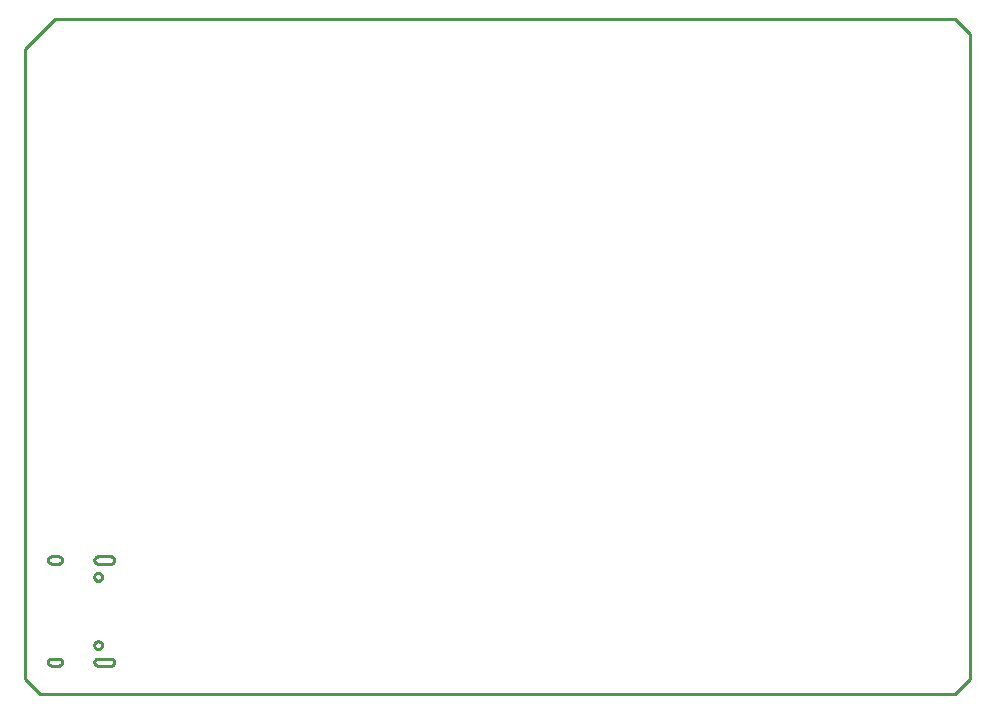
<source format=gbr>
G04 EAGLE Gerber RS-274X export*
G75*
%MOMM*%
%FSLAX34Y34*%
%LPD*%
%IN*%
%IPPOS*%
%AMOC8*
5,1,8,0,0,1.08239X$1,22.5*%
G01*
%ADD10C,0.254000*%


D10*
X0Y12700D02*
X12700Y0D01*
X787400Y0D01*
X800100Y12700D01*
X800100Y558800D01*
X787400Y571500D01*
X25400Y571500D01*
X0Y546100D01*
X0Y12700D01*
X61550Y23650D02*
X72550Y23650D01*
X72811Y23661D01*
X73071Y23696D01*
X73326Y23752D01*
X73576Y23831D01*
X73818Y23931D01*
X74050Y24052D01*
X74271Y24193D01*
X74478Y24352D01*
X74671Y24529D01*
X74848Y24722D01*
X75007Y24929D01*
X75148Y25150D01*
X75269Y25382D01*
X75369Y25624D01*
X75448Y25874D01*
X75504Y26129D01*
X75539Y26389D01*
X75550Y26650D01*
X75539Y26911D01*
X75504Y27171D01*
X75448Y27426D01*
X75369Y27676D01*
X75269Y27918D01*
X75148Y28150D01*
X75007Y28371D01*
X74848Y28578D01*
X74671Y28771D01*
X74478Y28948D01*
X74271Y29107D01*
X74050Y29248D01*
X73818Y29369D01*
X73576Y29469D01*
X73326Y29548D01*
X73071Y29604D01*
X72811Y29639D01*
X72550Y29650D01*
X61550Y29650D01*
X61289Y29639D01*
X61029Y29604D01*
X60774Y29548D01*
X60524Y29469D01*
X60282Y29369D01*
X60050Y29248D01*
X59829Y29107D01*
X59622Y28948D01*
X59429Y28771D01*
X59252Y28578D01*
X59093Y28371D01*
X58952Y28150D01*
X58831Y27918D01*
X58731Y27676D01*
X58652Y27426D01*
X58596Y27171D01*
X58561Y26911D01*
X58550Y26650D01*
X58561Y26389D01*
X58596Y26129D01*
X58652Y25874D01*
X58731Y25624D01*
X58831Y25382D01*
X58952Y25150D01*
X59093Y24929D01*
X59252Y24722D01*
X59429Y24529D01*
X59622Y24352D01*
X59829Y24193D01*
X60050Y24052D01*
X60282Y23931D01*
X60524Y23831D01*
X60774Y23752D01*
X61029Y23696D01*
X61289Y23661D01*
X61550Y23650D01*
X22200Y23650D02*
X28400Y23650D01*
X28661Y23661D01*
X28921Y23696D01*
X29176Y23752D01*
X29426Y23831D01*
X29668Y23931D01*
X29900Y24052D01*
X30121Y24193D01*
X30328Y24352D01*
X30521Y24529D01*
X30698Y24722D01*
X30857Y24929D01*
X30998Y25150D01*
X31119Y25382D01*
X31219Y25624D01*
X31298Y25874D01*
X31354Y26129D01*
X31389Y26389D01*
X31400Y26650D01*
X31389Y26911D01*
X31354Y27171D01*
X31298Y27426D01*
X31219Y27676D01*
X31119Y27918D01*
X30998Y28150D01*
X30857Y28371D01*
X30698Y28578D01*
X30521Y28771D01*
X30328Y28948D01*
X30121Y29107D01*
X29900Y29248D01*
X29668Y29369D01*
X29426Y29469D01*
X29176Y29548D01*
X28921Y29604D01*
X28661Y29639D01*
X28400Y29650D01*
X22200Y29650D01*
X21939Y29639D01*
X21679Y29604D01*
X21424Y29548D01*
X21174Y29469D01*
X20932Y29369D01*
X20700Y29248D01*
X20479Y29107D01*
X20272Y28948D01*
X20079Y28771D01*
X19902Y28578D01*
X19743Y28371D01*
X19602Y28150D01*
X19481Y27918D01*
X19381Y27676D01*
X19302Y27426D01*
X19246Y27171D01*
X19211Y26911D01*
X19200Y26650D01*
X19211Y26389D01*
X19246Y26129D01*
X19302Y25874D01*
X19381Y25624D01*
X19481Y25382D01*
X19602Y25150D01*
X19743Y24929D01*
X19902Y24722D01*
X20079Y24529D01*
X20272Y24352D01*
X20479Y24193D01*
X20700Y24052D01*
X20932Y23931D01*
X21174Y23831D01*
X21424Y23752D01*
X21679Y23696D01*
X21939Y23661D01*
X22200Y23650D01*
X22200Y110050D02*
X28400Y110050D01*
X28661Y110061D01*
X28921Y110096D01*
X29176Y110152D01*
X29426Y110231D01*
X29668Y110331D01*
X29900Y110452D01*
X30121Y110593D01*
X30328Y110752D01*
X30521Y110929D01*
X30698Y111122D01*
X30857Y111329D01*
X30998Y111550D01*
X31119Y111782D01*
X31219Y112024D01*
X31298Y112274D01*
X31354Y112529D01*
X31389Y112789D01*
X31400Y113050D01*
X31389Y113311D01*
X31354Y113571D01*
X31298Y113826D01*
X31219Y114076D01*
X31119Y114318D01*
X30998Y114550D01*
X30857Y114771D01*
X30698Y114978D01*
X30521Y115171D01*
X30328Y115348D01*
X30121Y115507D01*
X29900Y115648D01*
X29668Y115769D01*
X29426Y115869D01*
X29176Y115948D01*
X28921Y116004D01*
X28661Y116039D01*
X28400Y116050D01*
X22200Y116050D01*
X21939Y116039D01*
X21679Y116004D01*
X21424Y115948D01*
X21174Y115869D01*
X20932Y115769D01*
X20700Y115648D01*
X20479Y115507D01*
X20272Y115348D01*
X20079Y115171D01*
X19902Y114978D01*
X19743Y114771D01*
X19602Y114550D01*
X19481Y114318D01*
X19381Y114076D01*
X19302Y113826D01*
X19246Y113571D01*
X19211Y113311D01*
X19200Y113050D01*
X19211Y112789D01*
X19246Y112529D01*
X19302Y112274D01*
X19381Y112024D01*
X19481Y111782D01*
X19602Y111550D01*
X19743Y111329D01*
X19902Y111122D01*
X20079Y110929D01*
X20272Y110752D01*
X20479Y110593D01*
X20700Y110452D01*
X20932Y110331D01*
X21174Y110231D01*
X21424Y110152D01*
X21679Y110096D01*
X21939Y110061D01*
X22200Y110050D01*
X61550Y110050D02*
X72550Y110050D01*
X72811Y110061D01*
X73071Y110096D01*
X73326Y110152D01*
X73576Y110231D01*
X73818Y110331D01*
X74050Y110452D01*
X74271Y110593D01*
X74478Y110752D01*
X74671Y110929D01*
X74848Y111122D01*
X75007Y111329D01*
X75148Y111550D01*
X75269Y111782D01*
X75369Y112024D01*
X75448Y112274D01*
X75504Y112529D01*
X75539Y112789D01*
X75550Y113050D01*
X75539Y113311D01*
X75504Y113571D01*
X75448Y113826D01*
X75369Y114076D01*
X75269Y114318D01*
X75148Y114550D01*
X75007Y114771D01*
X74848Y114978D01*
X74671Y115171D01*
X74478Y115348D01*
X74271Y115507D01*
X74050Y115648D01*
X73818Y115769D01*
X73576Y115869D01*
X73326Y115948D01*
X73071Y116004D01*
X72811Y116039D01*
X72550Y116050D01*
X61550Y116050D01*
X61289Y116039D01*
X61029Y116004D01*
X60774Y115948D01*
X60524Y115869D01*
X60282Y115769D01*
X60050Y115648D01*
X59829Y115507D01*
X59622Y115348D01*
X59429Y115171D01*
X59252Y114978D01*
X59093Y114771D01*
X58952Y114550D01*
X58831Y114318D01*
X58731Y114076D01*
X58652Y113826D01*
X58596Y113571D01*
X58561Y113311D01*
X58550Y113050D01*
X58561Y112789D01*
X58596Y112529D01*
X58652Y112274D01*
X58731Y112024D01*
X58831Y111782D01*
X58952Y111550D01*
X59093Y111329D01*
X59252Y111122D01*
X59429Y110929D01*
X59622Y110752D01*
X59829Y110593D01*
X60050Y110452D01*
X60282Y110331D01*
X60524Y110231D01*
X60774Y110152D01*
X61029Y110096D01*
X61289Y110061D01*
X61550Y110050D01*
X61537Y95500D02*
X61115Y95556D01*
X60703Y95666D01*
X60309Y95829D01*
X59941Y96042D01*
X59603Y96301D01*
X59301Y96603D01*
X59042Y96941D01*
X58829Y97309D01*
X58666Y97703D01*
X58556Y98115D01*
X58500Y98537D01*
X58500Y98963D01*
X58556Y99385D01*
X58666Y99797D01*
X58829Y100191D01*
X59042Y100559D01*
X59301Y100897D01*
X59603Y101199D01*
X59941Y101458D01*
X60309Y101671D01*
X60703Y101834D01*
X61115Y101944D01*
X61537Y102000D01*
X61963Y102000D01*
X62385Y101944D01*
X62797Y101834D01*
X63191Y101671D01*
X63559Y101458D01*
X63897Y101199D01*
X64199Y100897D01*
X64458Y100559D01*
X64671Y100191D01*
X64834Y99797D01*
X64944Y99385D01*
X65000Y98963D01*
X65000Y98537D01*
X64944Y98115D01*
X64834Y97703D01*
X64671Y97309D01*
X64458Y96941D01*
X64199Y96603D01*
X63897Y96301D01*
X63559Y96042D01*
X63191Y95829D01*
X62797Y95666D01*
X62385Y95556D01*
X61963Y95500D01*
X61537Y95500D01*
X61537Y37700D02*
X61115Y37756D01*
X60703Y37866D01*
X60309Y38029D01*
X59941Y38242D01*
X59603Y38501D01*
X59301Y38803D01*
X59042Y39141D01*
X58829Y39509D01*
X58666Y39903D01*
X58556Y40315D01*
X58500Y40737D01*
X58500Y41163D01*
X58556Y41585D01*
X58666Y41997D01*
X58829Y42391D01*
X59042Y42759D01*
X59301Y43097D01*
X59603Y43399D01*
X59941Y43658D01*
X60309Y43871D01*
X60703Y44034D01*
X61115Y44144D01*
X61537Y44200D01*
X61963Y44200D01*
X62385Y44144D01*
X62797Y44034D01*
X63191Y43871D01*
X63559Y43658D01*
X63897Y43399D01*
X64199Y43097D01*
X64458Y42759D01*
X64671Y42391D01*
X64834Y41997D01*
X64944Y41585D01*
X65000Y41163D01*
X65000Y40737D01*
X64944Y40315D01*
X64834Y39903D01*
X64671Y39509D01*
X64458Y39141D01*
X64199Y38803D01*
X63897Y38501D01*
X63559Y38242D01*
X63191Y38029D01*
X62797Y37866D01*
X62385Y37756D01*
X61963Y37700D01*
X61537Y37700D01*
M02*

</source>
